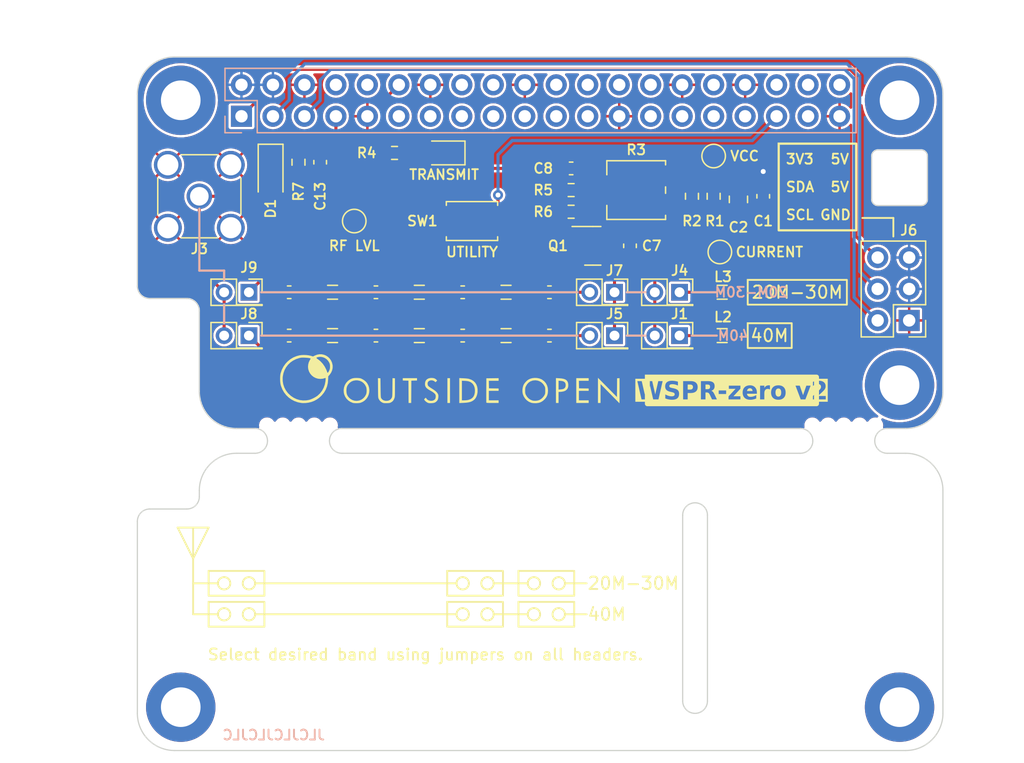
<source format=kicad_pcb>
(kicad_pcb (version 20221018) (generator pcbnew)
  (layers (0 "F.Cu" signal) (31 "B.Cu" signal) (34 "B.Paste" user) (35 "F.Paste" user) (36 "B.SilkS" user "B.Silkscreen") (37 "F.SilkS" user "F.Silkscreen") (38 "B.Mask" user) (39 "F.Mask" user) (44 "Edge.Cuts" user))
  (net 0 "")
  (net 1 "GND")
  (net 2 "VCC")
  (net 3 "Net-(J1-Pin_2)")
  (net 4 "Net-(C8-Pad2)")
  (net 5 "Net-(J4-Pin_1)")
  (net 6 "Net-(J2-Pin_7)")
  (net 7 "Net-(J5-Pin_1)")
  (net 8 "Net-(D1-K)")
  (net 9 "Net-(D1-A)")
  (net 10 "Net-(J1-Pin_1)")
  (net 12 "Net-(J2-Pin_12)")
  (net 23 "Net-(C13-Pad1)")
  (net 24 "Net-(C15-Pad1)")
  (net 25 "Net-(C16-Pad1)")
  (net 26 "Net-(C19-Pad1)")
  (net 27 "Net-(C20-Pad1)")
  (net 31 "Net-(R2-Pad1)")
  (net 32 "Net-(R3-Pad2)")
  (net 36 "Net-(J2-Pin_35)")
  (net 41 "Net-(L2-Pad1)")
  (net 42 "Net-(LED1-A)")
  (net 43 "Net-(Q1-G)")
  (net 44 "Net-(J5-Pin_2)")
  (net 45 "Net-(J8-Pin_1)")
  (net 46 "Net-(J7-Pin_2)")
  (net 47 "Net-(J9-Pin_1)")
  (net 48 "/3.3V")
  (net 52 "/SDA")
  (net 53 "/SCL")
  (footprint "MountingHole:MountingHole_3.2mm_M3_DIN965_Pad" (layer "F.Cu") (at 111.5 76.5)
    (fp_text reference "H3" hide)
    (fp_text value "MountingHole")
    (pad "1" thru_hole circle (at 0 0) (size 5.6 5.6) (drill 3.2) (layers "*.Cu" "*.Mask"))
  )
  (footprint "Inductor_SMD:L_0805_2012Metric" (layer "F.Cu") (at 72.75 72.5 180)
    (fp_text reference "L12")
    (fp_text value "1.5uH")
    (pad "1" smd roundrect (at -1.0625 0 180) (size 0.875 1.2) (layers "F.Cu" "F.Paste" "F.Mask") (net 24 "Net-(C15-Pad1)"))
    (pad "2" smd roundrect (at 1.0625 0 180) (size 0.875 1.2) (layers "F.Cu" "F.Paste" "F.Mask") (net 25 "Net-(C16-Pad1)"))
  )
  (footprint "Resistor_SMD:R_0603_1608Metric" (layer "F.Cu") (at 94.75 61.25 90)
    (fp_text reference "R2" (at -2 0 180) (layer "F.SilkS") (effects (font (size 0.8 0.8))))
    (fp_text value "3.9k")
    (pad "1" smd roundrect (at -0.825 0 90) (size 0.8 0.95) (layers "F.Cu" "F.Paste" "F.Mask") (net 31 "Net-(R2-Pad1)"))
    (pad "2" smd roundrect (at 0.825 0 90) (size 0.8 0.95) (layers "F.Cu" "F.Paste" "F.Mask") (net 2 "VCC"))
  )
  (footprint "Connector_PinSocket_2.00mm:PinSocket_2x01_P2.00mm_Vertical" (layer "F.Cu") (at 93.75 69)
    (fp_text reference "J4" (at 0 -1.75) (layer "F.SilkS") (effects (font (size 0.8 0.8))))
    (fp_text value "Conn_02x01")
    (pad "1" thru_hole rect (at 0 0) (size 1.35 1.35) (drill 0.8) (layers "*.Cu" "*.Mask") (net 5 "Net-(J4-Pin_1)"))
    (pad "2" thru_hole oval (at -2 0) (size 1.35 1.35) (drill 0.8) (layers "*.Cu" "*.Mask") (net 3 "Net-(J1-Pin_2)"))
  )
  (footprint "Capacitor_SMD:C_0603_1608Metric" (layer "F.Cu") (at 100.5 61.25 -90)
    (fp_text reference "C1" (at 2 0 -180) (layer "F.SilkS") (effects (font (size 0.8 0.8))))
    (fp_text value "100nF")
    (pad "1" smd roundrect (at -0.775 0 270) (size 0.9 0.95) (layers "F.Cu" "F.Paste" "F.Mask") (net 2 "VCC"))
    (pad "2" smd roundrect (at 0.775 0 270) (size 0.9 0.95) (layers "F.Cu" "F.Paste" "F.Mask") (net 1 "GND"))
  )
  (footprint "Inductor_SMD:L_0805_2012Metric" (layer "F.Cu") (at 65.75 69 180)
    (fp_text reference "L16")
    (fp_text value "1uH")
    (pad "1" smd roundrect (at -1.0625 0 180) (size 0.875 1.2) (layers "F.Cu" "F.Paste" "F.Mask") (net 27 "Net-(C20-Pad1)"))
    (pad "2" smd roundrect (at 1.0625 0 180) (size 0.875 1.2) (layers "F.Cu" "F.Paste" "F.Mask") (net 47 "Net-(J9-Pin_1)"))
  )
  (footprint "MountingHole:mousebites" (layer "F.Cu") (at 107 80)
    (fp_text reference "H6" hide)
    (fp_text value "MountingHole" hide)
    (pad "" np_thru_hole circle (at -2.54 -0.254) (size 0.7874 0.7874) (drill 0.7874) (layers "*.Cu" "*.Mask"))
    (pad "" np_thru_hole circle (at -1.27 -0.254) (size 0.7874 0.7874) (drill 0.7874) (layers "*.Cu" "*.Mask"))
    (pad "" np_thru_hole circle (at 0 -0.254) (size 0.7874 0.7874) (drill 0.7874) (layers "*.Cu" "*.Mask"))
    (pad "" np_thru_hole circle (at 1.27 -0.254) (size 0.7874 0.7874) (drill 0.7874) (layers "*.Cu" "*.Mask"))
    (pad "" np_thru_hole circle (at 2.54 -0.254) (size 0.7874 0.7874) (drill 0.7874) (layers "*.Cu" "*.Mask"))
  )
  (footprint "Capacitor_SMD:C_0603_1608Metric" (layer "F.Cu") (at 89.75 65.25 -90)
    (fp_text reference "C7" (at 0 -1.75) (layer "F.SilkS") (effects (font (size 0.8 0.8))))
    (fp_text value "100nF")
    (pad "1" smd roundrect (at -0.775 0 270) (size 0.9 0.95) (layers "F.Cu" "F.Paste" "F.Mask") (net 3 "Net-(J1-Pin_2)"))
    (pad "2" smd roundrect (at 0.775 0 270) (size 0.9 0.95) (layers "F.Cu" "F.Paste" "F.Mask") (net 7 "Net-(J5-Pin_1)"))
  )
  (footprint "Connector_PinSocket_2.00mm:PinSocket_2x01_P2.00mm_Vertical" (layer "F.Cu") (at 59 69)
    (fp_text reference "J9" (at 0 -2) (layer "F.SilkS") (effects (font (size 0.8 0.8))))
    (fp_text value "Conn_02x01")
    (pad "1" thru_hole rect (at 0 0) (size 1.35 1.35) (drill 0.8) (layers "*.Cu" "*.Mask") (net 47 "Net-(J9-Pin_1)"))
    (pad "2" thru_hole oval (at -2 0) (size 1.35 1.35) (drill 0.8) (layers "*.Cu" "*.Mask") (net 9 "Net-(D1-A)"))
  )
  (footprint "MountingHole:mousebites" (layer "F.Cu") (at 63 80)
    (fp_text reference "H7" hide)
    (fp_text value "MountingHole" hide)
    (pad "" np_thru_hole circle (at -2.54 -0.254) (size 0.7874 0.7874) (drill 0.7874) (layers "*.Cu" "*.Mask"))
    (pad "" np_thru_hole circle (at -1.27 -0.254) (size 0.7874 0.7874) (drill 0.7874) (layers "*.Cu" "*.Mask"))
    (pad "" np_thru_hole circle (at 0 -0.254) (size 0.7874 0.7874) (drill 0.7874) (layers "*.Cu" "*.Mask"))
    (pad "" np_thru_hole circle (at 1.27 -0.254) (size 0.7874 0.7874) (drill 0.7874) (layers "*.Cu" "*.Mask"))
    (pad "" np_thru_hole circle (at 2.54 -0.254) (size 0.7874 0.7874) (drill 0.7874) (layers "*.Cu" "*.Mask"))
  )
  (footprint "Capacitor_SMD:C_0603_1608Metric" (layer "F.Cu") (at 83.25 72.5 180)
    (fp_text reference "C14")
    (fp_text value "470pF")
    (pad "1" smd roundrect (at -0.775 0 180) (size 0.9 0.95) (layers "F.Cu" "F.Paste" "F.Mask") (net 44 "Net-(J5-Pin_2)"))
    (pad "2" smd roundrect (at 0.775 0 180) (size 0.9 0.95) (layers "F.Cu" "F.Paste" "F.Mask") (net 1 "GND"))
  )
  (footprint "Resistor_SMD:R_0603_1608Metric" (layer "F.Cu") (at 85 62.5)
    (fp_text reference "R6" (at -2.25 0) (layer "F.SilkS") (effects (font (size 0.8 0.8))))
    (fp_text value "47")
    (pad "1" smd roundrect (at -0.825 0) (size 0.8 0.95) (layers "F.Cu" "F.Paste" "F.Mask") (net 4 "Net-(C8-Pad2)"))
    (pad "2" smd roundrect (at 0.825 0) (size 0.8 0.95) (layers "F.Cu" "F.Paste" "F.Mask") (net 43 "Net-(Q1-G)"))
  )
  (footprint "Connector_PinSocket_2.00mm:PinSocket_2x01_P2.00mm_Vertical" (layer "F.Cu") (at 93.75 72.5)
    (fp_text reference "J1" (at 0 -1.75) (layer "F.SilkS") (effects (font (size 0.8 0.8))))
    (fp_text value "Conn_02x01")
    (pad "1" thru_hole rect (at 0 0) (size 1.35 1.35) (drill 0.8) (layers "*.Cu" "*.Mask") (net 10 "Net-(J1-Pin_1)"))
    (pad "2" thru_hole oval (at -2 0) (size 1.35 1.35) (drill 0.8) (layers "*.Cu" "*.Mask") (net 3 "Net-(J1-Pin_2)"))
  )
  (footprint "Connector_PinSocket_2.00mm:PinSocket_2x01_P2.00mm_Vertical" (layer "F.Cu") (at 88.5 69)
    (fp_text reference "J7" (at 0 -1.75) (layer "F.SilkS") (effects (font (size 0.8 0.8))))
    (fp_text value "Conn_02x01")
    (pad "1" thru_hole rect (at 0 0) (size 1.35 1.35) (drill 0.8) (layers "*.Cu" "*.Mask") (net 7 "Net-(J5-Pin_1)"))
    (pad "2" thru_hole oval (at -2 0) (size 1.35 1.35) (drill 0.8) (layers "*.Cu" "*.Mask") (net 46 "Net-(J7-Pin_2)"))
  )
  (footprint "Inductor_SMD:L_0805_2012Metric" (layer "F.Cu") (at 79.75 69 180)
    (fp_text reference "L14")
    (fp_text value "1uH")
    (pad "1" smd roundrect (at -1.0625 0 180) (size 0.875 1.2) (layers "F.Cu" "F.Paste" "F.Mask") (net 46 "Net-(J7-Pin_2)"))
    (pad "2" smd roundrect (at 1.0625 0 180) (size 0.875 1.2) (layers "F.Cu" "F.Paste" "F.Mask") (net 26 "Net-(C19-Pad1)"))
  )
  (footprint "Capacitor_SMD:C_0603_1608Metric" (layer "F.Cu") (at 69.25 69 180)
    (fp_text reference "C20")
    (fp_text value "330pF")
    (pad "1" smd roundrect (at -0.775 0 180) (size 0.9 0.95) (layers "F.Cu" "F.Paste" "F.Mask") (net 27 "Net-(C20-Pad1)"))
    (pad "2" smd roundrect (at 0.775 0 180) (size 0.9 0.95) (layers "F.Cu" "F.Paste" "F.Mask") (net 1 "GND"))
  )
  (footprint "TestPoint:TestPoint_Pad_D1.5mm" (layer "F.Cu") (at 97 65.75)
    (fp_text reference "TP1" hide)
    (fp_text value "TestPoint")
    (pad "1" smd circle (at 0 0) (size 1.5 1.5) (layers "F.Cu" "F.Mask") (net 41 "Net-(L2-Pad1)"))
  )
  (footprint "Connector_Coaxial:SMA_Amphenol_901-144_Vertical" (layer "F.Cu") (at 55 61.25 -90)
    (fp_text reference "J3" (at 4.25 0 180) (layer "F.SilkS") (effects (font (size 0.8 0.8))))
    (fp_text value "Conn_01x02")
    (pad "1" thru_hole circle (at 0 0 270) (size 2.05 2.05) (drill 1.5) (layers "*.Cu" "*.Mask") (net 9 "Net-(D1-A)"))
    (pad "2" thru_hole circle (at -2.54 -2.54 270) (size 2.25 2.25) (drill 1.7) (layers "*.Cu" "*.Mask") (net 1 "GND"))
    (pad "2" thru_hole circle (at -2.54 2.54 270) (size 2.25 2.25) (drill 1.7) (layers "*.Cu" "*.Mask") (net 1 "GND"))
    (pad "2" thru_hole circle (at 2.54 -2.54 270) (size 2.25 2.25) (drill 1.7) (layers "*.Cu" "*.Mask") (net 1 "GND"))
    (pad "2" thru_hole circle (at 2.54 2.54 270) (size 2.25 2.25) (drill 1.7) (layers "*.Cu" "*.Mask") (net 1 "GND"))
  )
  (footprint "MountingHole:MountingHole_3.2mm_M3_DIN965_Pad" (layer "F.Cu") (at 111.5 53.5)
    (fp_text reference "H2" hide)
    (fp_text value "MountingHole")
    (pad "1" thru_hole circle (at 0 0) (size 5.6 5.6) (drill 3.2) (layers "*.Cu" "*.Mask"))
  )
  (footprint "Resistor_SMD:R_0603_1608Metric" (layer "F.Cu") (at 96.5 61.25 -90)
    (fp_text reference "R1" (at 2 -0.1 -180) (layer "F.SilkS") (effects (font (size 0.8 0.8))))
    (fp_text value "1")
    (pad "1" smd roundrect (at -0.825 0 270) (size 0.8 0.95) (layers "F.Cu" "F.Paste" "F.Mask") (net 2 "VCC"))
    (pad "2" smd roundrect (at 0.825 0 270) (size 0.8 0.95) (layers "F.Cu" "F.Paste" "F.Mask") (net 41 "Net-(L2-Pad1)"))
  )
  (footprint "MountingHole:MountingHole_3.2mm_M3_DIN965_Pad" (layer "F.Cu") (at 53.5 53.5)
    (fp_text reference "H1" hide)
    (fp_text value "MountingHole")
    (pad "1" thru_hole circle (at 0 0) (size 5.6 5.6) (drill 3.2) (layers "*.Cu" "*.Mask"))
  )
  (footprint "LOGO" (layer "F.Cu") (at 75.25 76)
    (fp_text reference "G***" hide)
    (fp_text value "LOGO" hide)
  )
  (footprint "TestPoint:TestPoint_Pad_D1.5mm" (layer "F.Cu") (at 96.5 58)
    (fp_text reference "TP2" hide)
    (fp_text value "TestPoint")
    (pad "1" smd circle (at 0 0) (size 1.5 1.5) (layers "F.Cu" "F.Mask") (net 2 "VCC"))
  )
  (footprint "Capacitor_SMD:C_0603_1608Metric" (layer "F.Cu") (at 64.75 58.5 90)
    (fp_text reference "C13" (at -1.5 0 90) (layer "F.SilkS") (effects (font (size 0.8 0.8)) (justify right)))
    (fp_text value "100nF")
    (pad "1" smd roundrect (at -0.775 0 90) (size 0.9 0.95) (layers "F.Cu" "F.Paste" "F.Mask") (net 23 "Net-(C13-Pad1)"))
    (pad "2" smd roundrect (at 0.775 0 90) (size 0.9 0.95) (layers "F.Cu" "F.Paste" "F.Mask") (net 1 "GND"))
  )
  (footprint "Package_TO_SOT_SMD:SOT-23" (layer "F.Cu") (at 86.75 65.25)
    (fp_text reference "Q1" (at -2.8125 0 180) (layer "F.SilkS") (effects (font (size 0.8 0.8))))
    (fp_text value "MMBF170")
    (pad "1" smd roundrect (at -0.9375 -0.95) (size 1.475 0.6) (layers "F.Cu" "F.Paste" "F.Mask") (net 43 "Net-(Q1-G)"))
    (pad "2" smd roundrect (at -0.9375 0.95) (size 1.475 0.6) (layers "F.Cu" "F.Paste" "F.Mask") (net 1 "GND"))
    (pad "3" smd roundrect (at 0.9375 0) (size 1.475 0.6) (layers "F.Cu" "F.Paste" "F.Mask") (net 3 "Net-(J1-Pin_2)"))
  )
  (footprint "Inductor_SMD:L_0805_2012Metric" (layer "F.Cu") (at 79.75 72.5 180)
    (fp_text reference "L11")
    (fp_text value "1.5uH")
    (pad "1" smd roundrect (at -1.0625 0 180) (size 0.875 1.2) (layers "F.Cu" "F.Paste" "F.Mask") (net 44 "Net-(J5-Pin_2)"))
    (pad "2" smd roundrect (at 1.0625 0 180) (size 0.875 1.2) (layers "F.Cu" "F.Paste" "F.Mask") (net 24 "Net-(C15-Pad1)"))
  )
  (footprint "MountingHole:MountingHole_3.2mm_M3_DIN965_Pad" (layer "F.Cu") (at 53.5 102.5)
    (fp_text reference "H5" hide)
    (fp_text value "MountingHole")
    (pad "1" thru_hole circle (at 0 0) (size 5.6 5.6) (drill 3.2) (layers "*.Cu" "*.Mask"))
  )
  (footprint "Inductor_SMD:L_0805_2012Metric" (layer "F.Cu") (at 65.75 72.5 180)
    (fp_text reference "L13")
    (fp_text value "1.5uH")
    (pad "1" smd roundrect (at -1.0625 0 180) (size 0.875 1.2) (layers "F.Cu" "F.Paste" "F.Mask") (net 25 "Net-(C16-Pad1)"))
    (pad "2" smd roundrect (at 1.0625 0 180) (size 0.875 1.2) (layers "F.Cu" "F.Paste" "F.Mask") (net 45 "Net-(J8-Pin_1)"))
  )
  (footprint "MountingHole:MountingHole_3.2mm_M3_DIN965_Pad" (layer "F.Cu") (at 111.5 102.5)
    (fp_text reference "H4" hide)
    (fp_text value "MountingHole")
    (pad "1" thru_hole circle (at 0 0) (size 5.6 5.6) (drill 3.2) (layers "*.Cu" "*.Mask"))
  )
  (footprint "Diode_SMD:D_SOD-123F" (layer "F.Cu") (at 60.75 59.25 -90)
    (fp_text reference "D1" (at 3 0 90) (layer "F.SilkS") (effects (font (size 0.8 0.8))))
    (fp_text value "1N4148")
    (pad "1" smd rect (at -1.4 0 270) (size 1.1 1.1) (layers "F.Cu" "F.Paste" "F.Mask") (net 8 "Net-(D1-K)"))
    (pad "2" smd rect (at 1.4 0 270) (size 1.1 1.1) (layers "F.Cu" "F.Paste" "F.Mask") (net 9 "Net-(D1-A)"))
  )
  (footprint "Capacitor_SMD:C_0603_1608Metric" (layer "F.Cu") (at 85 59 180)
    (fp_text reference "C8" (at 2.25 0) (layer "F.SilkS") (effects (font (size 0.8 0.8))))
    (fp_text value "100nF")
    (pad "1" smd roundrect (at -0.775 0 180) (size 0.9 0.95) (layers "F.Cu" "F.Paste" "F.Mask") (net 6 "Net-(J2-Pin_7)"))
    (pad "2" smd roundrect (at 0.775 0 180) (size 0.9 0.95) (layers "F.Cu" "F.Paste" "F.Mask") (net 4 "Net-(C8-Pad2)"))
  )
  (footprint "Resistor_SMD:R_0603_1608Metric" (layer "F.Cu") (at 63 58.5 -90)
    (fp_text reference "R7" (at 1.5 0 90) (layer "F.SilkS") (effects (font (size 0.8 0.8)) (justify right)))
    (fp_text value "2K")
    (pad "1" smd roundrect (at -0.825 0 270) (size 0.8 0.95) (layers "F.Cu" "F.Paste" "F.Mask") (net 8 "Net-(D1-K)"))
    (pad "2" smd roundrect (at 0.825 0 270) (size 0.8 0.95) (layers "F.Cu" "F.Paste" "F.Mask") (net 23 "Net-(C13-Pad1)"))
  )
  (footprint "Potentiometer_SMD:Potentiometer_Bourns_3314J_Vertical" (layer "F.Cu") (at 90.25 60.75 -90)
    (fp_text reference "R3" (at -3.25 0) (layer "F.SilkS") (effects (font (size 0.8 0.8))))
    (fp_text value "10k")
    (pad "1" smd rect (at 1.15 -2 270) (size 1.3 2) (layers "F.Cu" "F.Paste" "F.Mask") (net 31 "Net-(R2-Pad1)"))
    (pad "2" smd rect (at 0 2 270) (size 2 2) (layers "F.Cu" "F.Paste" "F.Mask") (net 32 "Net-(R3-Pad2)"))
    (pad "3" smd rect (at -1.15 -2 270) (size 1.3 2) (layers "F.Cu" "F.Paste" "F.Mask") (net 1 "GND"))
  )
  (footprint "Connector_PinSocket_2.00mm:PinSocket_2x01_P2.00mm_Vertical" (layer "F.Cu") (at 88.5 72.5)
    (fp_text reference "J5" (at 0 -1.75) (layer "F.SilkS") (effects (font (size 0.8 0.8))))
    (fp_text value "Conn_02x01")
    (pad "1" thru_hole rect (at 0 0) (size 1.35 1.35) (drill 0.8) (layers "*.Cu" "*.Mask") (net 7 "Net-(J5-Pin_1)"))
    (pad "2" thru_hole oval (at -2 0) (size 1.35 1.35) (drill 0.8) (layers "*.Cu" "*.Mask") (net 44 "Net-(J5-Pin_2)"))
  )
  (footprint "TestPoint:TestPoint_Pad_D1.5mm" (layer "F.Cu") (at 67.5 63.25 -90)
    (fp_text reference "TP3" hide)
    (fp_text value "TestPoint")
    (pad "1" smd circle (at 0 0 270) (size 1.5 1.5) (layers "F.Cu" "F.Mask") (net 23 "Net-(C13-Pad1)"))
  )
  (footprint "Capacitor_SMD:C_0603_1608Metric" (layer "F.Cu") (at 62.25 68.999999 180)
    (fp_text reference "C21")
    (fp_text value "150pF")
    (pad "1" smd roundrect (at -0.775 0 180) (size 0.9 0.95) (layers "F.Cu" "F.Paste" "F.Mask") (net 47 "Net-(J9-Pin_1)"))
    (pad "2" smd roundrect (at 0.775 0 180) (size 0.9 0.95) (layers "F.Cu" "F.Paste" "F.Mask") (net 1 "GND"))
  )
  (footprint "LED_SMD:LED_0805_2012Metric" (layer "F.Cu") (at 74.75 57.75 180)
    (fp_text reference "LED1" hide)
    (fp_text value "LED_Small")
    (pad "1" smd roundrect (at -0.9375 0 180) (size 0.975 1.4) (layers "F.Cu" "F.Paste" "F.Mask") (net 1 "GND"))
    (pad "2" smd roundrect (at 0.9375 0 180) (size 0.975 1.4) (layers "F.Cu" "F.Paste" "F.Mask") (net 42 "Net-(LED1-A)"))
  )
  (footprint "Resistor_SMD:R_0603_1608Metric" (layer "F.Cu") (at 85 60.75 180)
    (fp_text reference "R5" (at 2.25 0) (layer "F.SilkS") (effects (font (size 0.8 0.8))))
    (fp_text value "10k")
    (pad "1" smd roundrect (at -0.825 0 180) (size 0.8 0.95) (layers "F.Cu" "F.Paste" "F.Mask") (net 32 "Net-(R3-Pad2)"))
    (pad "2" smd roundrect (at 0.825 0 180) (size 0.8 0.95) (layers "F.Cu" "F.Paste" "F.Mask") (net 4 "Net-(C8-Pad2)"))
  )
  (footprint "Inductor_SMD:L_0805_2012Metric" (layer "F.Cu") (at 97.1875 72.5 180)
    (fp_text reference "L2" (at -0.0625 1.5) (layer "F.SilkS") (effects (font (size 0.8 0.8))))
    (fp_text value "10uH")
    (pad "1" smd roundrect (at -1.0625 0 180) (size 0.875 1.2) (layers "F.Cu" "F.Paste" "F.Mask") (net 41 "Net-(L2-Pad1)"))
    (pad "2" smd roundrect (at 1.0625 0 180) (size 0.875 1.2) (layers "F.Cu" "F.Paste" "F.Mask") (net 10 "Net-(J1-Pin_1)"))
  )
  (footprint "Resistor_SMD:R_0603_1608Metric" (layer "F.Cu") (at 70.75 57.75 180)
    (fp_text reference "R4" (at 2.25 0) (layer "F.SilkS") (effects (font (size 0.8 0.8))))
    (fp_text value "270")
    (pad "1" smd roundrect (at -0.825 0 180) (size 0.8 0.95) (layers "F.Cu" "F.Paste" "F.Mask") (net 42 "Net-(LED1-A)"))
    (pad "2" smd roundrect (at 0.825 0 180) (size 0.8 0.95) (layers "F.Cu" "F.Paste" "F.Mask") (net 12 "Net-(J2-Pin_12)"))
  )
  (footprint "Capacitor_SMD:C_0603_1608Metric" (layer "F.Cu") (at 62.25 72.5 180)
    (fp_text reference "C17")
    (fp_text value "470pF")
    (pad "1" smd roundrect (at -0.775 0 180) (size 0.9 0.95) (layers "F.Cu" "F.Paste" "F.Mask") (net 45 "Net-(J8-Pin_1)"))
    (pad "2" smd roundrect (at 0.775 0 180) (size 0.9 0.95) (layers "F.Cu" "F.Paste" "F.Mask") (net 1 "GND"))
  )
  (footprint "Connector_PinHeader_2.54mm:PinHeader_2x03_P2.54mm_Vertical" (layer "F.Cu") (at 112.275 71.275 180)
    (fp_text reference "J6" (at 0.025 7.275) (layer "F.SilkS") (effects (font (size 0.8 0.8))))
    (fp_text value "I2C")
    (pad "1" thru_hole rect (at 0 0 180) (size 1.7 1.7) (drill 1) (layers "*.Cu" "*.Mask") (net 1 "GND"))
    (pad "2" thru_hole oval (at 2.54 0 180) (size 1.7 1.7) (drill 1) (layers "*.Cu" "*.Mask") (net 53 "/SCL"))
    (pad "3" thru_hole oval (at 0 2.54 180) (size 1.7 1.7) (drill 1) (layers "*.Cu" "*.Mask") (net 2 "VCC"))
    (pad "4" thru_hole oval (at 2.54 2.54 180) (size 1.7 1.7) (drill 1) (layers "*.Cu" "*.Mask") (net 52 "/SDA"))
    (pad "5" thru_hole oval (at 0 5.08 180) (size 1.7 1.7) (drill 1) (layers "*.Cu" "*.Mask") (net 2 "VCC"))
    (pad "6" thru_hole oval (at 2.54 5.08 180) (size 1.7 1.7) (drill 1) (layers "*.Cu" "*.Mask") (net 48 "/3.3V"))
  )
  (footprint "Capacitor_SMD:C_0805_2012Metric" (layer "F.Cu") (at 98.5 61.5 -90)
    (fp_text reference "C2" (at 2.25 0 -180) (layer "F.SilkS") (effects (font (size 0.8 0.8))))
    (fp_text value "47uF")
    (pad "1" smd roundrect (at -0.95 0 270) (size 1 1.45) (layers "F.Cu" "F.Paste" "F.Mask") (net 2 "VCC"))
    (pad "2" smd roundrect (at 0.95 0 270) (size 1 1.45) (layers "F.Cu" "F.Paste" "F.Mask") (net 1 "GND"))
  )
  (footprint "Capacitor_SMD:C_0603_1608Metric" (layer "F.Cu") (at 83.25 69 180)
    (fp_text reference "C18")
    (fp_text value "150pF")
    (pad "1" smd roundrect (at -0.775 0 180) (size 0.9 0.95) (layers "F.Cu" "F.Paste" "F.Mask") (net 46 "Net-(J7-Pin_2)"))
    (pad "2" smd roundrect (at 0.775 0 180) (size 0.9 0.95) (layers "F.Cu" "F.Paste" "F.Mask") (net 1 "GND"))
  )
  (footprint "Button_Switch_SMD:SW_Push_SPST_NO_Alps_SKRK" (layer "F.Cu") (at 77 63.25 180)
    (fp_text reference "SW1" (at 4 0) (layer "F.SilkS") (effects (font (size 0.8 0.8))))
    (fp_text value "SW_SPST")
    (pad "1" smd roundrect (at -2.1 0 180) (size 0.8 2) (layers "F.Cu" "F.Paste" "F.Mask") (net 36 "Net-(J2-Pin_35)"))
    (pad "2" smd roundrect (at 2.1 0 180) (size 0.8 2) (layers "F.Cu" "F.Paste" "F.Mask") (net 1 "GND"))
  )
  (footprint "Inductor_SMD:L_0805_2012Metric" (layer "F.Cu") (at 97.1875 69 180)
    (fp_text reference "L3" (at -0.0625 1.25) (layer "F.SilkS") (effects (font (size 0.8 0.8))))
    (fp_text value "5.6uH")
    (pad "1" smd roundrect (at -1.0625 0 180) (size 0.875 1.2) (layers "F.Cu" "F.Paste" "F.Mask") (net 41 "Net-(L2-Pad1)"))
    (pad "2" smd roundrect (at 1.0625 0 180) (size 0.875 1.2) (layers "F.Cu" "F.Paste" "F.Mask") (net 5 "Net-(J4-Pin_1)"))
  )
  (footprint "Inductor_SMD:L_0805_2012Metric" (layer "F.Cu") (at 72.75 69 180)
    (fp_text reference "L15")
    (fp_text value "1uH")
    (pad "1" smd roundrect (at -1.0625 0 180) (size 0.875 1.2) (layers "F.Cu" "F.Paste" "F.Mask") (net 26 "Net-(C19-Pad1)"))
    (pad "2" smd roundrect (at 1.0625 0 180) (size 0.875 1.2) (layers "F.Cu" "F.Paste" "F.Mask") (net 27 "Net-(C20-Pad1)"))
  )
  (footprint "Connector_PinSocket_2.00mm:PinSocket_2x01_P2.00mm_Vertical" (layer "F.Cu") (at 59 72.5)
    (fp_text reference "J8" (at 0 -1.75) (layer "F.SilkS") (effects (font (size 0.8 0.8))))
    (fp_text value "Conn_02x01")
    (pad "1" thru_hole rect (at 0 0) (size 1.35 1.35) (drill 0.8) (layers "*.Cu" "*.Mask") (net 45 "Net-(J8-Pin_1)"))
    (pad "2" thru_hole oval (at -2 0) (size 1.35 1.35) (drill 0.8) (layers "*.Cu" "*.Mask") (net 9 "Net-(D1-A)"))
  )
  (footprint "Capacitor_SMD:C_0603_1608Metric" (layer "F.Cu") (at 76.25 68.999999 180)
    (fp_text reference "C19")
    (fp_text value "330pF")
    (pad "1" smd roundrect (at -0.775 0 180) (size 0.9 0.95) (layers "F.Cu" "F.Paste" "F.Mask") (net 26 "Net-(C19-Pad1)"))
    (pad "2" smd roundrect (at 0.775 0 180) (size 0.9 0.95) (layers "F.Cu" "F.Paste" "F.Mask") (net 1 "GND"))
  )
  (footprint "Capacitor_SMD:C_0603_1608Metric" (layer "F.Cu") (at 76.25 72.5 180)
    (fp_text reference "C15")
    (fp_text value "1nF")
    (pad "1" smd roundrect (at -0.775 0 180) (size 0.9 0.95) (layers "F.Cu" "F.Paste" "F.Mask") (net 24 "Net-(C15-Pad1)"))
    (pad "2" smd roundrect (at 0.775 0 180) (size 0.9 0.95) (layers "F.Cu" "F.Paste" "F.Mask") (net 1 "GND"))
  )
  (footprint "Capacitor_SMD:C_0603_1608Metric" (layer "F.Cu") (at 69.25 72.5 180)
    (fp_text reference "C16")
    (fp_text value "1nF")
    (pad "1" smd roundrect (at -0.775 0 180) (size 0.9 0.95) (layers "F.Cu" "F.Paste" "F.Mask") (net 25 "Net-(C16-Pad1)"))
    (pad "2" smd roundrect (at 0.775 0 180) (size 0.9 0.95) (layers "F.Cu" "F.Paste" "F.Mask") (net 1 "GND"))
  )
  (footprint "Connector_PinSocket_2.54mm:PinSocket_2x20_P2.54mm_Vertical" (layer "B.Cu") (at 58.4 54.79 -90)
    (fp_text reference "J2")
    (fp_text value "Conn_02x20_Odd_Even")
    (pad "1" thru_hole rect (at 0 0 270) (size 1.7 1.7) (drill 1) (layers "*.Cu" "*.Mask") (net 48 "/3.3V"))
    (pad "2" thru_hole oval (at -2.54 0 270) (size 1.7 1.7) (drill 1) (layers "*.Cu" "*.Mask") (net 2 "VCC"))
    (pad "3" thru_hole oval (at 0 -2.54 270) (size 1.7 1.7) (drill 1) (layers "*.Cu" "*.Mask") (net 52 "/SDA"))
    (pad "4" thru_hole oval (at -2.54 -2.54 270) (size 1.7 1.7) (drill 1) (layers "*.Cu" "*.Mask") (net 2 "VCC"))
    (pad "5" thru_hole oval (at 0 -5.08 270) (size 1.7 1.7) (drill 1) (layers "*.Cu" "*.Mask") (net 53 "/SCL"))
    (pad "6" thru_hole oval (at -2.54 -5.08 270) (size 1.7 1.7) (drill 1) (layers "*.Cu" "*.Mask") (net 1 "GND"))
    (pad "7" thru_hole oval (at 0 -7.62 270) (size 1.7 1.7) (drill 1) (layers "*.Cu" "*.Mask") (net 6 "Net-(J2-Pin_7)"))
    (pad "8" thru_hole oval (at -2.54 -7.62 270) (size 1.7 1.7) (drill 1) (layers "*.Cu" "*.Mask"))
    (pad "9" thru_hole oval (at 0 -10.16 270) (size 1.7 1.7) (drill 1) (layers "*.Cu" "*.Mask") (net 1 "GND"))
    (pad "10" thru_hole oval (at -2.54 -10.16 270) (size 1.7 1.7) (drill 1) (layers "*.Cu" "*.Mask"))
    (pad "11" thru_hole oval (at 0 -12.7 270) (size 1.7 1.7) (drill 1) (layers "*.Cu" "*.Mask"))
    (pad "12" thru_hole oval (at -2.54 -12.7 270) (size 1.7 1.7) (drill 1) (layers "*.Cu" "*.Mask") (net 12 "Net-(J2-Pin_12)"))
    (pad "13" thru_hole oval (at 0 -15.24 270) (size 1.7 1.7) (drill 1) (layers "*.Cu" "*.Mask"))
    (pad "14" thru_hole oval (at -2.54 -15.24 270) (size 1.7 1.7) (drill 1) (layers "*.Cu" "*.Mask") (net 1 "GND"))
    (pad "15" thru_hole oval (at 0 -17.78 270) (size 1.7 1.7) (drill 1) (layers "*.Cu" "*.Mask"))
    (pad "16" thru_hole oval (at -2.54 -17.78 270) (size 1.7 1.7) (drill 1) (layers "*.Cu" "*.Mask"))
    (pad "17" thru_hole oval (at 0 -20.32 270) (size 1.7 1.7) (drill 1) (layers "*.Cu" "*.Mask"))
    (pad "18" thru_hole oval (at -2.54 -20.32 270) (size 1.7 1.7) (drill 1) (layers "*.Cu" "*.Mask"))
    (pad "19" thru_hole oval (at 0 -22.86 270) (size 1.7 1.7) (drill 1) (layers "*.Cu" "*.Mask"))
    (pad "20" thru_hole oval (at -2.54 -22.86 270) (size 1.7 1.7) (drill 1) (layers "*.Cu" "*.Mask") (net 1 "GND"))
    (pad "21" thru_hole oval (at 0 -25.4 270) (size 1.7 1.7) (drill 1) (layers "*.Cu" "*.Mask"))
    (pad "22" thru_hole oval (at -2.54 -25.4 270) (size 1.7 1.7) (drill 1) (layers "*.Cu" "*.Mask"))
    (pad "23" thru_hole oval (at 0 -27.94 270) (size 1.7 1.7) (drill 1) (layers "*.Cu" "*.Mask"))
    (pad "24" thru_hole oval (at -2.54 -27.94 270) (size 1.7 1.7) (drill 1) (layers "*.Cu" "*.Mask"))
    (pad "25" thru_hole oval (at 0 -30.48 270) (size 1.7 1.7) (drill 1) (layers "*.Cu" "*.Mask") (net 1 "GND"))
    (pad "26" thru_hole oval (at -2.54 -30.48 270) (size 1.7 1.7) (drill 1) (layers "*.Cu" "*.Mask"))
    (pad "27" thru_hole oval (at 0 -33.02 270) (size 1.7 1.7) (drill 1) (layers "*.Cu" "*.Mask"))
    (pad "28" thru_hole oval (at -2.54 -33.02 270) (size 1.7 1.7) (drill 1) (layers "*.Cu" "*.Mask"))
    (pad "29" thru_hole oval (at 0 -35.56 270) (size 1.7 1.7) (drill 1) (layers "*.Cu" "*.Mask"))
    (pad "30" thru_hole oval (at -2.54 -35.56 270) (size 1.7 1.7) (drill 1) (layers "*.Cu" "*.Mask") (net 1 "GND"))
    (pad "31" thru_hole oval (at 0 -38.1 270) (size 1.7 1.7) (drill 1) (layers "*.Cu" "*.Mask"))
    (pad "32" thru_hole oval (at -2.54 -38.1 270) (size 1.7 1.7) (drill 1) (layers "*.Cu" "*.Mask"))
    (pad "33" thru_hole oval (at 0 -40.64 270) (size 1.7 1.7) (drill 1) (layers "*.Cu" "*.Mask"))
    (pad "34" thru_hole oval (at -2.54 -40.64 270) (size 1.7 1.7) (drill 1) (layers "*.Cu" "*.Mask") (net 1 "GND"))
    (pad "35" thru_hole oval (at 0 -43.18 270) (size 1.7 1.7) (drill 1) (layers "*.Cu" "*.Mask") (net 36 "Net-(J2-Pin_35)"))
    (pad "36" thru_hole oval (at -2.54 -43.18 270) (size 1.7 1.7) (drill 1) (layers "*.Cu" "*.Mask"))
    (pad "37" thru_hole oval (at 0 -45.72 270) (size 1.7 1.7) (drill 1) (layers "*.Cu" "*.Mask"))
    (pad "38" thru_hole oval (at -2.54 -45.72 270) (size 1.7 1.7) (drill 1) (layers "*.Cu" "*.Mask"))
    (pad "39" thru_hole oval (at 0 -48.26 270) (size 1.7 1.7) (drill 1) (layers "*.Cu" "*.Mask") (net 1 "GND"))
    (pad "40" thru_hole oval (at -2.54 -48.26 270) (size 1.7 1.7) (drill 1) (layers "*.Cu" "*.Mask"))
  )
  (gr_line (start 94.75 69) (end 96.75 69) (stroke (width 0.18)) (layer "B.SilkS"))
  (gr_line (start 94.75 72.5) (end 96.75 72.5) (stroke (width 0.18)) (layer "B.SilkS"))
  (gr_line (start 57 70) (end 57 71.5) (stroke (width 0.18)) (layer "B.SilkS"))
  (gr_line (start 55 62.25) (end 55 67.25) (stroke (width 0.18)) (layer "B.SilkS"))
  (gr_line (start 55 67.25) (end 57 67.25) (stroke (width 0.18)) (layer "B.SilkS"))
  (gr_line (start 91 72.5) (end 89.5 72.5) (stroke (width 0.18)) (layer "B.SilkS"))
  (gr_line (start 85.5 72.5) (end 60 72.5) (stroke (width 0.18)) (layer "B.SilkS"))
  (gr_line (start 91 69) (end 89.5 69) (stroke (width 0.18)) (layer "B.SilkS"))
  (gr_line (start 57 67.25) (end 57 68) (stroke (width 0.18)) (layer "B.SilkS"))
  (gr_line (start 85.5 69) (end 60 69) (stroke (width 0.18)) (layer "B.SilkS"))
  (gr_circle (center 84 94.999999) (end 83.5 94.999999) (stroke (width 0.15)) (fill none) (layer "F.SilkS"))
  (gr_circle (center 78.25 94.999999) (end 77.75 94.999999) (stroke (width 0.15)) (fill none) (layer "F.SilkS"))
  (gr_circle (center 82 94.999999) (end 81.5 94.999999) (stroke (width 0.15)) (fill none) (layer "F.SilkS"))
  (gr_line (start 108.5 63) (end 111 63) (stroke (width 0.15)) (layer "F.SilkS"))
  (gr_rect (start 75 91.499999) (end 79.5 93.5) (stroke (width 0.15)) (fill none) (layer "F.SilkS"))
  (gr_circle (center 82 92.5) (end 81.5 92.500001) (stroke (width 0.15)) (fill none) (layer "F.SilkS"))
  (gr_line (start 53.25 87.999999) (end 54.5 90.499999) (stroke (width 0.15)) (layer "F.SilkS"))
  (gr_rect (start 99.25 68) (end 107.25 70) (stroke (width 0.15)) (fill none) (layer "F.SilkS"))
  (gr_rect (start 55.75 91.499999) (end 60.25 93.5) (stroke (width 0.15)) (fill none) (layer "F.SilkS"))
  (gr_line (start 81.5 94.999999) (end 80.75 94.999999) (stroke (width 0.15)) (layer "F.SilkS"))
  (gr_line (start 59.5 92.5) (end 60.25 92.5) (stroke (width 0.15)) (layer "F.SilkS"))
  (gr_circle (center 76.25 94.999999) (end 75.75 94.999999) (stroke (width 0.15)) (fill none) (layer "F.SilkS"))
  (gr_circle (center 76.25 92.5) (end 75.75 92.500001) (stroke (width 0.15)) (fill none) (layer "F.SilkS"))
  (gr_line (start 60.25 92.5) (end 75 92.500002) (stroke (width 0.15)) (layer "F.SilkS"))
  (gr_line (start 78.75 92.5) (end 79.5 92.5) (stroke (width 0.15)) (layer "F.SilkS"))
  (gr_rect (start 80.75 91.499999) (end 85.25 93.5) (stroke (width 0.15)) (fill none) (layer "F.SilkS"))
  (gr_rect (start 75 94) (end 79.5 95.999999) (stroke (width 0.15)) (fill none) (layer "F.SilkS"))
  (gr_line (start 56.5 92.500001) (end 55.75 92.500001) (stroke (width 0.15)) (layer "F.SilkS"))
  (gr_circle (center 78.25 92.500001) (end 77.75 92.5) (stroke (width 0.15)) (fill none) (layer "F.SilkS"))
  (gr_circle (center 84 92.500001) (end 83.5 92.5) (stroke (width 0.15)) (fill none) (layer "F.SilkS"))
  (gr_line (start 75.75 94.999999) (end 75 94.999999) (stroke (width 0.15)) (layer "F.SilkS"))
  (gr_line (start 84.5 92.5) (end 85.25 92.5) (stroke (width 0.15)) (layer "F.SilkS"))
  (gr_line (start 54.5 90.499999) (end 55.75 87.999999) (stroke (width 0.15)) (layer "F.SilkS"))
  (gr_line (start 54.5 90.499999) (end 54.5 87.999999) (stroke (width 0.15)) (layer "F.SilkS"))
  (gr_line (start 78.75 94.999999) (end 79.5 94.999999) (stroke (width 0.15)) (layer "F.SilkS"))
  (gr_line (start 55.75 94.999999) (end 54.5 94.999999) (stroke (width 0.15)) (layer "F.SilkS"))
  (gr_rect (start 101.75 57) (end 108 64) (stroke (width 0.18)) (fill none) (layer "F.SilkS"))
  (gr_line (start 59.5 94.999999) (end 60.25 94.999999) (stroke (width 0.15)) (layer "F.SilkS"))
  (gr_circle (center 57 94.999999) (end 56.5 94.999999) (stroke (width 0.15)) (fill none) (layer "F.SilkS"))
  (gr_line (start 86.25 92.500001) (end 85.250001 92.5) (stroke (width 0.15)) (layer "F.SilkS"))
  (gr_line (start 84.5 94.999999) (end 85.25 94.999999) (stroke (width 0.15)) (layer "F.SilkS"))
  (gr_rect (start 99.25 71.5) (end 102.8 73.5) (stroke (width 0.15)) (fill none) (layer "F.SilkS"))
  (gr_line (start 111 64.5) (end 111 63) (stroke (width 0.15)) (layer "F.SilkS"))
  (gr_rect (start 91.15 75.85) (end 104.8 78) (stroke (width 0.4)) (fill none) (layer "F.SilkS"))
  (gr_line (start 75.75 92.500001) (end 75 92.500001) (stroke (width 0.15)) (layer "F.SilkS"))
  (gr_line (start 55.75 87.999999) (end 53.25 87.999999) (stroke (width 0.15)) (layer "F.SilkS"))
  (gr_rect (start 80.75 94) (end 85.25 95.999999) (stroke (width 0.15)) (fill none) (layer "F.SilkS"))
  (gr_line (start 56.5 94.999999) (end 55.75 94.999999) (stroke (width 0.15)) (layer "F.SilkS"))
  (gr_line (start 86.25 95) (end 85 95) (stroke (width 0.15)) (layer "F.SilkS"))
  (gr_line (start 79.5 92.500001) (end 80.750001 92.500001) (stroke (width 0.15)) (layer "F.SilkS"))
  (gr_circle (center 59 94.999999) (end 58.5 94.999999) (stroke (width 0.15)) (fill none) (layer "F.SilkS"))
  (gr_line (start 79.5 95) (end 80.750001 94.999999) (stroke (width 0.15)) (layer "F.SilkS"))
  (gr_circle (center 57 92.5) (end 56.5 92.500001) (stroke (width 0.15)) (fill none) (layer "F.SilkS"))
  (gr_rect (start 55.75 94) (end 60.25 95.999999) (stroke (width 0.15)) (fill none) (layer "F.SilkS"))
  (gr_line (start 55.75 92.500001) (end 54.5 92.5) (stroke (width 0.15)) (layer "F.SilkS"))
  (gr_circle (center 59 92.500001) (end 58.5 92.5) (stroke (width 0.15)) (fill none) (layer "F.SilkS"))
  (gr_line (start 75 95) (end 60.25 94.999999) (stroke (width 0.15)) (layer "F.SilkS"))
  (gr_line (start 81.5 92.500001) (end 80.75 92.500001) (stroke (width 0.15)) (layer "F.SilkS"))
  (gr_line (start 54.5 90.499999) (end 54.5 94.999999) (stroke (width 0.15)) (layer "F.SilkS"))
  (gr_line (start 103.499999 80.000001) (end 66.500001 80.000001) (stroke (width 0.1)) (layer "Edge.Cuts"))
  (gr_line (start 94 87) (end 94 102) (stroke (width 0.1)) (layer "Edge.Cuts"))
  (gr_line (start 55 85.5) (end 54.999999 84.999999) (stroke (width 0.1)) (layer "Edge.Cuts"))
  (gr_arc (start 65.500001 81.000001) (mid 65.792894 80.292894) (end 66.500001 80.000001) (stroke (width 0.1)) (layer "Edge.Cuts"))
  (gr_line (start 66.500001 82.000001) (end 103.499999 82.000001) (stroke (width 0.1)) (layer "Edge.Cuts"))
  (gr_arc (start 115 77) (mid 114.12132 79.12132) (end 112 80) (stroke (width 0.1)) (layer "Edge.Cuts"))
  (gr_line (start 110.5 82) (end 112 82) (stroke (width 0.1)) (layer "Edge.Cuts"))
  (gr_line (start 109.75 57.5) (end 113.25 57.500001) (stroke (width 0.1)) (layer "Edge.Cuts"))
  (gr_arc (start 51 69.5) (mid 50.292893 69.207107) (end 50 68.5) (stroke (width 0.1)) (layer "Edge.Cuts"))
  (gr_arc (start 112 50) (mid 114.12132 50.87868) (end 115 53) (stroke (width 0.1)) (layer "Edge.Cuts"))
  (gr_arc (start 113.749999 61.5) (mid 113.603552 61.853552) (end 113.25 61.999999) (stroke (width 0.1)) (layer "Edge.Cuts"))
  (gr_line (start 57.999999 82.000002) (end 59.499999 82.000001) (stroke (width 0.1)) (layer "Edge.Cuts"))
  (gr_line (start 59.499999 80.000001) (end 57.999999 80.000001) (stroke (width 0.1)) (layer "Edge.Cuts"))
  (gr_arc (start 55 85.5) (mid 54.707107 86.207107) (end 54 86.5) (stroke (width 0.1)) (layer "Edge.Cuts"))
  (gr_arc (start 66.500001 82.000001) (mid 65.792894 81.707108) (end 65.500001 81.000001) (stroke (width 0.1)) (layer "Edge.Cuts"))
  (gr_line (start 112 50) (end 53 50) (stroke (width 0.1)) (layer "Edge.Cuts"))
  (gr_line (start 109.250001 61.5) (end 109.25 58) (stroke (width 0.1)) (layer "Edge.Cuts"))
  (gr_arc (start 115 102.999999) (mid 114.12132 105.121319) (end 112 105.999998) (stroke (width 0.1)) (layer "Edge.Cuts"))
  (gr_arc (start 110.5 82) (mid 109.792893 81.707107) (end 109.5 81) (stroke (width 0.1)) (layer "Edge.Cuts"))
  (gr_line (start 50 87.5) (end 50 103) (stroke (width 0.1)) (layer "Edge.Cuts"))
  (gr_line (start 115 102.999999) (end 115 85) (stroke (width 0.1)) (layer "Edge.Cuts"))
  (gr_arc (start 113.25 57.500001) (mid 113.603552 57.646448) (end 113.749999 58) (stroke (width 0.1)) (layer "Edge.Cuts"))
  (gr_line (start 51 86.5) (end 54 86.5) (stroke (width 0.1)) (layer "Edge.Cuts"))
  (gr_arc (start 94 87) (mid 95 86) (end 96 87) (stroke (width 0.1)) (layer "Edge.Cuts"))
  (gr_line (start 54.999999 77.000001) (end 55 70.5) (stroke (width 0.1)) (layer "Edge.Cuts"))
  (gr_line (start 52.999999 105.999999) (end 112 105.999998) (stroke (width 0.1)) (layer "Edge.Cuts"))
  (gr_arc (start 96 102) (mid 95 103) (end 94 102) (stroke (width 0.1)) (layer "Edge.Cuts"))
  (gr_arc (start 109.75 61.999999) (mid 109.396448 61.853552) (end 109.250001 61.5) (stroke (width 0.1)) (layer "Edge.Cuts"))
  (gr_arc (start 57.999999 80.000001) (mid 55.878679 79.121321) (end 54.999999 77.000001) (stroke (width 0.1)) (layer "Edge.Cuts"))
  (gr_line (start 50 68.5) (end 50 53) (stroke (width 0.1)) (layer "Edge.Cuts"))
  (gr_arc (start 50 53) (mid 50.87868 50.87868) (end 53 50) (stroke (width 0.1)) (layer "Edge.Cuts"))
  (gr_line (start 112 80) (end 110.5 80) (stroke (width 0.1)) (layer "Edge.Cuts"))
  (gr_line (start 96 87) (end 96 102) (stroke (width 0.1)) (layer "Edge.Cuts"))
  (gr_line (start 51 69.5) (end 54 69.5) (stroke (width 0.1)) (layer "Edge.Cuts"))
  (gr_arc (start 112 82) (mid 114.12132 82.87868) (end 115 85) (stroke (width 0.1)) (layer "Edge.Cuts"))
  (gr_arc (start 109.5 81) (mid 109.792893 80.292893) (end 110.5 80) (stroke (width 0.1)) (layer "Edge.Cuts"))
  (gr_line (start 113.749999 58) (end 113.749999 61.5) (stroke (width 0.1)) (layer "Edge.Cuts"))
  (gr_arc (start 59.499999 80.000001) (mid 60.207106 80.292894) (end 60.499999 81.000001) (stroke (width 0.1)) (layer "Edge.Cuts"))
  (gr_arc (start 103.499999 80.000001) (mid 104.207106 80.292894) (end 104.499999 81.000001) (stroke (width 0.1)) (layer "Edge.Cuts"))
  (gr_arc (start 109.25 58) (mid 109.396447 57.646447) (end 109.75 57.5) (stroke (width 0.1)) (layer "Edge.Cuts"))
  (gr_arc (start 53 106) (mid 50.87868 105.12132) (end 50 103) (stroke (width 0.1)) (layer "Edge.Cuts"))
  (gr_arc (start 104.499999 81.000001) (mid 104.207106 81.707108) (end 103.499999 82.000001) (stroke (width 0.1)) (layer "Edge.Cuts"))
  (gr_arc (start 50 87.5) (mid 50.292893 86.792893) (end 51 86.5) (stroke (width 0.1)) (layer "Edge.Cuts"))
  (gr_line (start 113.25 61.999999) (end 109.75 61.999999) (stroke (width 0.1)) (layer "Edge.Cuts"))
  (gr_arc (start 54.999999 84.999999) (mid 55.878679 82.878679) (end 57.999999 81.999999) (stroke (width 0.1)) (layer "Edge.Cuts"))
  (gr_arc (start 60.499999 81.000001) (mid 60.207106 81.707108) (end 59.499999 82.000001) (stroke (width 0.1)) (layer "Edge.Cuts"))
  (gr_arc (start 54 69.5) (mid 54.707107 69.792893) (end 55 70.5) (stroke (width 0.1)) (layer "Edge.Cuts"))
  (gr_line (start 115 77) (end 115 53) (stroke (width 0.1)) (layer "Edge.Cuts"))
  (gr_text "40M" (at 96.75 72.5) (layer "B.SilkS") (effects (font (size 0.8 0.8)) (justify right mirror)))
  (gr_text "20M-30M" (at 96.5 69) (layer "B.SilkS") (effects (font (size 0.8 0.8)) (justify right mirror)))
  (gr_text "JLCJLCJLCJLC" (at 61 104.75) (layer "B.SilkS") (effects (font (size 0.8 0.8)) (justify mirror)))
  (gr_text "GND" (at 107.65 62.75) (layer "F.SilkS") (effects (font (size 0.8 0.8)) (justify right)))
  (gr_text "SDA" (at 102.25 60.5) (layer "F.SilkS") (effects (font (size 0.8 0.8)) (justify left)))
  (gr_text "RF LVL" (at 67.5 65.25) (layer "F.SilkS") (effects (font (size 0.8 0.8))))
  (gr_text "20M-30M" (at 86.25 92.500001) (layer "F.SilkS") (effects (font (size 1 1)) (justify left)))
  (gr_text "Select desired band using jumpers on all headers." (at 73.25 98.249999) (layer "F.SilkS") (effects (font (size 0.9 0.9))))
  (gr_text "WSPR-zero v2" (at 98 77.05) (layer "F.SilkS" knockout) (effects (font (size 1.45 1.4) (thickness 0.3) bold)))
  (gr_text "UTILITY" (at 77 65.75) (layer "F.SilkS") (effects (font (size 0.8 0.8))))
  (gr_text "3V3" (at 102.25 58.25) (layer "F.SilkS") (effects (font (size 0.8 0.8)) (justify left)))
  (gr_text "20M-30M" (at 103.25 69) (layer "F.SilkS") (effects (font (size 1 1))))
  (gr_text "SCL\n" (at 102.25 62.75) (layer "F.SilkS") (effects (font (size 0.8 0.8)) (justify left)))
  (gr_text "CURRENT" (at 101 65.75) (layer "F.SilkS") (effects (font (size 0.8 0.8))))
  (gr_text "VCC\n" (at 99 58) (layer "F.SilkS") (effects (font (size 0.8 0.8))))
  (gr_text "5V" (at 107.5 60.5) (layer "F.SilkS") (effects (font (size 0.8 0.8)) (justify right)))
  (gr_text "40M" (at 86.25 95) (layer "F.SilkS") (effects (font (size 1 1)) (justify left)))
  (gr_text "5V" (at 107.5 58.25) (layer "F.SilkS") (effects (font (size 0.8 0.8)) (justify right)))
  (gr_text "40M" (at 101 72.5) (layer "F.SilkS") (effects (font (size 1 1))))
  (gr_text "TRANSMIT" (at 74.75 59.5) (layer "F.SilkS") (effects (font (size 0.8 0.8))))
  (segment (start 100.425 60.55) (end 100.5 60.475) (width 0.25) (layer "F.Cu") (net 2))
  (segment (start 96.625 60.55) (end 96.5 60.425) (width 0.25) (layer "F.Cu") (net 2))
  (segment (start 94.75 60.425) (end 96.5 60.425) (width 0.25) (layer "F.Cu") (net 2))
  (segment (start 100.5 60.475) (end 100.5 59.25) (width 0.25) (layer "F.Cu") (net 2))
  (segment (start 96.5 60.425) (end 96.5 57.75) (width 0.25) (layer "F.Cu") (net 2))
  (segment (start 98.5 60.550001) (end 100.425 60.55) (width 0.25) (layer "F.Cu") (net 2))
  (segment (start 98.5 60.550001) (end 96.625 60.55) (width 0.25) (layer "F.Cu") (net 2))
  (via (at 100.5 59.25) (size 0.8) (drill 0.4) (layers "F.Cu" "B.Cu") (net 2))
  (segment (start 89.75 64.475) (end 90.725 64.475) (width 0.25) (layer "F.Cu") (net 3))
  (segment (start 90.725 64.475) (end 91.75 65.5) (width 0.25) (layer "F.Cu") (net 3))
  (segment (start 91.75 69) (end 91.75 72.5) (width 0.25) (layer "F.Cu") (net 3))
  (segment (start 88.975 65.25) (end 89.75 64.475) (width 0.25) (layer "F.Cu") (net 3))
  (segment (start 91.75 69) (end 91.75 65.5) (width 0.25) (layer "F.Cu") (net 3))
  (segment (start 87.6875 65.25) (end 88.975 65.25) (width 0.25) (layer "F.Cu") (net 3))
  (segment (start 84.175 59.05) (end 84.225 59) (width 0.25) (layer "F.Cu") (net 4))
  (segment (start 84.175 60.75) (end 84.175 59.05) (width 0.25) (layer "F.Cu") (net 4))
  (segment (start 84.175 62.5) (end 84.175 60.75) (width 0.25) (layer "F.Cu") (net 4))
  (segment (start 93.75 69) (end 96.125 69) (width 0.25) (layer "F.Cu") (net 5))
  (segment (start 84.97548 58.20048) (end 85.775 59) (width 0.25) (layer "F.Cu") (net 6))
  (segment (start 67.5 59) (end 82.5 59) (width 0.25) (layer "F.Cu") (net 6))
  (segment (start 66.02 54.79) (end 66.02 57.52) (width 0.25) (layer "F.Cu") (net 6))
  (segment (start 83.29952 58.20048) (end 84.97548 58.20048) (width 0.25) (layer "F.Cu") (net 6))
  (segment (start 82.5 59) (end 83.29952 58.20048) (width 0.25) (layer "F.Cu") (net 6))
  (segment (start 66.02 57.52) (end 67.5 59) (width 0.25) (layer "F.Cu") (net 6))
  (segment (start 88.5 69) (end 88.5 67.275) (width 0.25) (layer "F.Cu") (net 7))
  (segment (start 88.5 67.275) (end 89.75 66.025) (width 0.25) (layer "F.Cu") (net 7))
  (segment (start 88.5 69) (end 88.5 72.5) (width 0.25) (layer "F.Cu") (net 7))
  (segment (start 61.65 57.85) (end 61.825 57.675) (width 0.25) (layer "F.Cu") (net 8))
  (segment (start 61.825 57.675) (end 63 57.675) (width 0.25) (layer "F.Cu") (net 8))
  (segment (start 60.75 57.85) (end 61.65 57.85) (width 0.25) (layer "F.Cu") (net 8))
  (segment (start 55 61.25) (end 55 67) (width 0.25) (layer "F.Cu") (net 9))
  (segment (start 57.5 61.25) (end 55 61.25) (width 0.25) (layer "F.Cu") (net 9))
  (segment (start 55 67) (end 57 69) (width 0.25) (layer "F.Cu") (net 9))
  (segment (start 60.75 60.65) (end 58.1 60.65) (width 0.25) (layer "F.Cu") (net 9))
  (segment (start 57 72.5) (end 57 69) (width 0.25) (layer "F.Cu") (net 9))
  (segment (start 58.1 60.65) (end 57.5 61.25) (width 0.25) (layer "F.Cu") (net 9))
  (segment (start 93.75 72.5) (end 96.125 72.5) (width 0.25) (layer "F.Cu") (net 10))
  (segment (start 69.925 53.425) (end 69.925 57.75) (width 0.25) (layer "F.Cu") (net 12))
  (segment (start 71.1 52.25) (end 69.925 53.425) (width 0.25) (layer "F.Cu") (net 12))
  (segment (start 64.75 59.275) (end 64.75 62.5) (width 0.25) (layer "F.Cu") (net 23))
  (segment (start 63 59.325) (end 64.7 59.325) (width 0.25) (layer "F.Cu") (net 23))
  (segment (start 64.7 59.325) (end 64.75 59.275) (width 0.25) (layer "F.Cu") (net 23))
  (segment (start 65.5 63.25) (end 67.5 63.25) (width 0.25) (layer "F.Cu") (net 23))
  (segment (start 64.75 62.5) (end 65.5 63.25) (width 0.25) (layer "F.Cu") (net 23))
  (segment (start 76.225 73.3) (end 77.025 72.5) (width 0.25) (layer "F.Cu") (net 24))
  (segment (start 77.025 72.5) (end 78.6875 72.5) (width 0.25) (layer "F.Cu") (net 24))
  (segment (start 73.8125 72.5) (end 74.6125 73.3) (width 0.25) (layer "F.Cu") (net 24))
  (segment (start 74.6125 73.3) (end 76.225 73.3) (width 0.25) (layer "F.Cu") (net 24))
  (segment (start 69.225 73.3) (end 70.025 72.5) (width 0.25) (layer "F.Cu") (net 25))
  (segment (start 66.8125 72.5) (end 67.6125 73.3) (width 0.25) (layer "F.Cu") (net 25))
  (segment (start 67.6125 73.3) (end 69.225 73.3) (width 0.25) (layer "F.Cu") (net 25))
  (segment (start 70.025 72.5) (end 71.6875 72.5) (width 0.25) (layer "F.Cu") (net 25))
  (segment (start 74.612501 68.199999) (end 73.8125 69) (width 0.25) (layer "F.Cu") (net 26))
  (segment (start 77.025001 69) (end 77.025 68.999999) (width 0.25) (layer "F.Cu") (net 26))
  (segment (start 77.025 68.999999) (end 76.225 68.199999) (width 0.25) (layer "F.Cu") (net 26))
  (segment (start 76.225 68.199999) (end 74.612501 68.199999) (width 0.25) (layer "F.Cu") (net 26))
  (segment (start 78.6875 69) (end 77.025001 69) (width 0.25) (layer "F.Cu") (net 26))
  (segment (start 70.025 69) (end 69.225 68.2) (width 0.25) (layer "F.Cu") (net 27))
  (segment (start 71.6875 69) (end 70.025 69) (width 0.25) (layer "F.Cu") (net 27))
  (segment (start 69.225 68.2) (end 67.6125 68.2) (width 0.25) (layer "F.Cu") (net 27))
  (segment (start 67.6125 68.2) (end 66.8125 69) (width 0.25) (layer "F.Cu") (net 27))
  (segment (start 94.75 62.075) (end 92.425 62.075) (width 0.25) (layer "F.Cu") (net 31))
  (segment (start 92.425 62.075) (end 92.25 61.9) (width 0.25) (layer "F.Cu") (net 31))
  (segment (start 88.25 60.75) (end 85.825 60.75) (width 0.25) (layer "F.Cu") (net 32))
  (segment (start 79.1 63.25) (end 79.1 61.15) (width 0.25) (layer "F.Cu") (net 36))
  (via (at 79.1 61.15) (size 0.8) (drill 0.4) (layers "F.Cu" "B.Cu") (net 36))
  (segment (start 99.62 56.75) (end 101.58 54.79) (width 0.25) (layer "B.Cu") (net 36))
  (segment (start 79.1 61.15) (end 79.1 57.9) (width 0.25) (layer "B.Cu") (net 36))
  (segment (start 80.25 56.75) (end 99.62 56.75) (width 0.25) (layer "B.Cu") (net 36))
  (segment (start 79.1 57.9) (end 80.25 56.75) (width 0.25) (layer "B.Cu") (net 36))
  (segment (start 98.25 72.5) (end 98.25 69) (width 0.25) (layer "F.Cu") (net 41))
  (segment (start 96.5 65.25) (end 97 65.75) (width 0.25) (layer "F.Cu") (net 41))
  (segment (start 96.5 62.575) (end 96.5 65.25) (width 0.25) (layer "F.Cu") (net 41))
  (segment (start 98.25 69) (end 98.25 67) (width 0.25) (layer "F.Cu") (net 41))
  (segment (start 98.25 67) (end 97 65.75) (width 0.25) (layer "F.Cu") (net 41))
  (segment (start 71.575 57.75) (end 73.812499 57.75) (width 0.25) (layer "F.Cu") (net 42))
  (segment (start 85.8125 64.3) (end 85.8125 62.5125) (width 0.25) (layer "F.Cu") (net 43))
  (segment (start 85.8125 62.5125) (end 85.825 62.5) (width 0.25) (layer "F.Cu") (net 43))
  (segment (start 83.225 73.3) (end 84.025 72.5) (width 0.25) (layer "F.Cu") (net 44))
  (segment (start 80.8125 72.5) (end 81.6125 73.3) (width 0.25) (layer "F.Cu") (net 44))
  (segment (start 81.6125 73.3) (end 83.225 73.3) (width 0.25) (layer "F.Cu") (net 44))
  (segment (start 84.025 72.5) (end 86.5 72.5) (width 0.25) (layer "F.Cu") (net 44))
  (segment (start 62.225 73.3) (end 63.025 72.5) (width 0.25) (layer "F.Cu") (net 45))
  (segment (start 59 72.5) (end 59.8 73.3) (width 0.25) (layer "F.Cu") (net 45))
  (segment (start 63.025 72.5) (end 64.6875 72.5) (width 0.25) (layer "F.Cu") (net 45))
  (segment (start 59.8 73.3) (end 62.225 73.3) (width 0.25) (layer "F.Cu") (net 45))
  (segment (start 83.225 68.2) (end 81.6125 68.2) (width 0.25) (layer "F.Cu") (net 46))
  (segment (start 81.6125 68.2) (end 80.8125 69) (width 0.25) (layer "F.Cu") (net 46))
  (segment (start 84.025 69) (end 83.225 68.2) (width 0.25) (layer "F.Cu") (net 46))
  (segment (start 86.5 69) (end 84.025 69) (width 0.25) (layer "F.Cu") (net 46))
  (segment (start 59.800001 68.199999) (end 59 69) (width 0.25) (layer "F.Cu") (net 47))
  (segment (start 62.225 68.199999) (end 59.800001 68.199999) (width 0.25) (layer "F.Cu") (net 47))
  (segment (start 63.025001 69) (end 63.025 68.999999) (width 0.25) (layer "F.Cu") (net 47))
  (segment (start 64.6875 69) (end 63.025001 69) (width 0.25) (layer "F.Cu") (net 47))
  (segment (start 63.025 68.999999) (end 62.225 68.199999) (width 0.25) (layer "F.Cu") (net 47))
  (segment (start 108 64.5) (end 109.725 66.225) (width 0.25) (layer "F.Cu") (net 48))
  (segment (start 59.75 53.44) (end 59.75 51.778299) (width 0.25) (layer "F.Cu") (net 48))
  (segment (start 60.528299 51) (end 107.5 51) (width 0.25) (layer "F.Cu") (net 48))
  (segment (start 107.5 51) (end 108 51.5) (width 0.25) (layer "F.Cu") (net 48))
  (segment (start 59.75 51.778299) (end 60.528299 51) (width 0.25) (layer "F.Cu") (net 48))
  (segment (start 58.4 54.79) (end 59.75 53.44) (width 0.25) (layer "F.Cu") (net 48))
  (segment (start 108 51.5) (end 108 64.5) (width 0.25) (layer "F.Cu") (net 48))
  (segment (start 108.285 51.576903) (end 108.285 67.325) (width 0.25) (layer "B.Cu") (net 52))
  (segment (start 107.258097 50.55) (end 108.285 51.576903) (width 0.25) (layer "B.Cu") (net 52))
  (segment (start 108.285 67.325) (end 109.725 68.765) (width 0.25) (layer "B.Cu") (net 52))
  (segment (start 63.518299 50.55) (end 107.258097 50.55) (width 0.25) (layer "B.Cu") (net 52))
  (segment (start 60.94 54.79) (end 62.25 53.48) (width 0.25) (layer "B.Cu") (net 52))
  (segment (start 62.25 53.48) (end 62.25 51.818299) (width 0.25) (layer "B.Cu") (net 52))
  (segment (start 62.25 51.818299) (end 63.518299 50.55) (width 0.25) (layer "B.Cu") (net 52))
  (segment (start 107.835 69.415) (end 109.725 71.305) (width 0.25) (layer "B.Cu") (net 53))
  (segment (start 63.48 54.79) (end 64.75 53.52) (width 0.25) (layer "B.Cu") (net 53))
  (segment (start 107.071701 51) (end 107.835 51.763299) (width 0.25) (layer "B.Cu") (net 53))
  (segment (start 64.75 51.858299) (end 65.608299 51) (width 0.25) (layer "B.Cu") (net 53))
  (segment (start 65.608299 51) (end 107.071701 51) (width 0.25) (layer "B.Cu") (net 53))
  (segment (start 64.75 53.52) (end 64.75 51.858299) (width 0.25) (layer "B.Cu") (net 53))
  (segment (start 107.835 51.763299) (end 107.835 69.415) (width 0.25) (layer "B.Cu") (net 53))
  (zone (net 1) (net_name "GND") (layer "F.Cu") (connect_pads (clearance 0.2)) (min_thickness 0.2) (fill yes (thermal_gap 0.2) (thermal_bridge_width 0.2))
    (polygon (pts (xy 115 80) (xy 50 80) (xy 50 50) (xy 115 50)))
  )
  (zone (net 2) (net_name "VCC") (layer "B.Cu") (connect_pads (clearance 0.2)) (min_thickness 0.2) (fill yes (thermal_gap 0.2) (thermal_bridge_width 0.2))
    (polygon (pts (xy 115 80) (xy 50 80) (xy 50 50) (xy 115 50)))
  )
)
</source>
